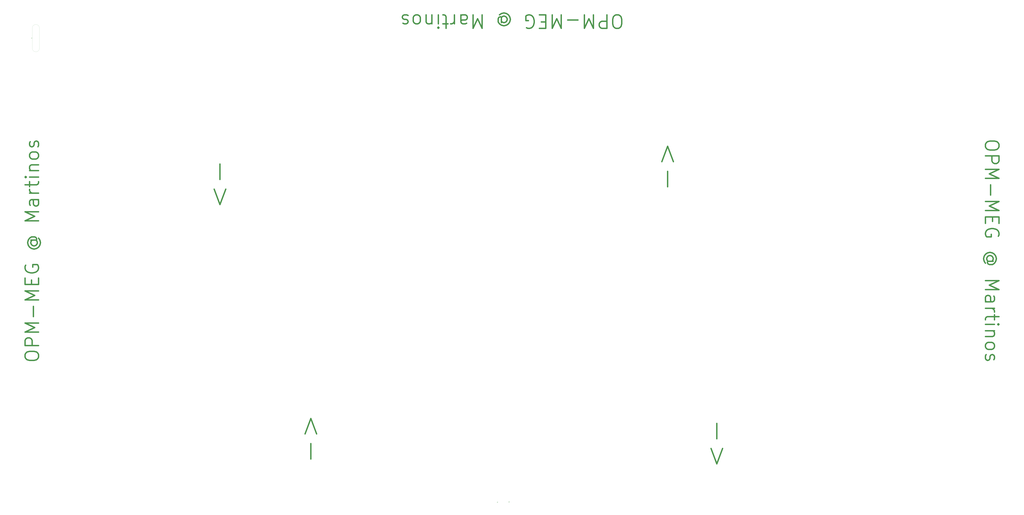
<source format=gbr>
%TF.GenerationSoftware,KiCad,Pcbnew,7.0.1-3b83917a11~172~ubuntu22.04.1*%
%TF.CreationDate,2023-12-10T15:59:10-05:00*%
%TF.ProjectId,coil_template_second,636f696c-5f74-4656-9d70-6c6174655f73,rev?*%
%TF.SameCoordinates,Original*%
%TF.FileFunction,Legend,Top*%
%TF.FilePolarity,Positive*%
%FSLAX46Y46*%
G04 Gerber Fmt 4.6, Leading zero omitted, Abs format (unit mm)*
G04 Created by KiCad (PCBNEW 7.0.1-3b83917a11~172~ubuntu22.04.1) date 2023-12-10 15:59:10*
%MOMM*%
%LPD*%
G01*
G04 APERTURE LIST*
%ADD10C,2.000000*%
%ADD11C,0.150000*%
%ADD12C,0.120000*%
G04 APERTURE END LIST*
D10*
X907619047Y-45747619D02*
X903809523Y-45747619D01*
X903809523Y-45747619D02*
X901904761Y-44795238D01*
X901904761Y-44795238D02*
X899999999Y-42890476D01*
X899999999Y-42890476D02*
X899047618Y-39080952D01*
X899047618Y-39080952D02*
X899047618Y-32414285D01*
X899047618Y-32414285D02*
X899999999Y-28604761D01*
X899999999Y-28604761D02*
X901904761Y-26700000D01*
X901904761Y-26700000D02*
X903809523Y-25747619D01*
X903809523Y-25747619D02*
X907619047Y-25747619D01*
X907619047Y-25747619D02*
X909523809Y-26700000D01*
X909523809Y-26700000D02*
X911428571Y-28604761D01*
X911428571Y-28604761D02*
X912380952Y-32414285D01*
X912380952Y-32414285D02*
X912380952Y-39080952D01*
X912380952Y-39080952D02*
X911428571Y-42890476D01*
X911428571Y-42890476D02*
X909523809Y-44795238D01*
X909523809Y-44795238D02*
X907619047Y-45747619D01*
X890476190Y-25747619D02*
X890476190Y-45747619D01*
X890476190Y-45747619D02*
X882857142Y-45747619D01*
X882857142Y-45747619D02*
X880952380Y-44795238D01*
X880952380Y-44795238D02*
X879999999Y-43842857D01*
X879999999Y-43842857D02*
X879047618Y-41938095D01*
X879047618Y-41938095D02*
X879047618Y-39080952D01*
X879047618Y-39080952D02*
X879999999Y-37176190D01*
X879999999Y-37176190D02*
X880952380Y-36223809D01*
X880952380Y-36223809D02*
X882857142Y-35271428D01*
X882857142Y-35271428D02*
X890476190Y-35271428D01*
X870476190Y-25747619D02*
X870476190Y-45747619D01*
X870476190Y-45747619D02*
X863809523Y-31461904D01*
X863809523Y-31461904D02*
X857142856Y-45747619D01*
X857142856Y-45747619D02*
X857142856Y-25747619D01*
X847619047Y-33366666D02*
X832380952Y-33366666D01*
X822857142Y-25747619D02*
X822857142Y-45747619D01*
X822857142Y-45747619D02*
X816190475Y-31461904D01*
X816190475Y-31461904D02*
X809523808Y-45747619D01*
X809523808Y-45747619D02*
X809523808Y-25747619D01*
X799999999Y-36223809D02*
X793333332Y-36223809D01*
X790476189Y-25747619D02*
X799999999Y-25747619D01*
X799999999Y-25747619D02*
X799999999Y-45747619D01*
X799999999Y-45747619D02*
X790476189Y-45747619D01*
X771428570Y-44795238D02*
X773333332Y-45747619D01*
X773333332Y-45747619D02*
X776190475Y-45747619D01*
X776190475Y-45747619D02*
X779047618Y-44795238D01*
X779047618Y-44795238D02*
X780952380Y-42890476D01*
X780952380Y-42890476D02*
X781904761Y-40985714D01*
X781904761Y-40985714D02*
X782857142Y-37176190D01*
X782857142Y-37176190D02*
X782857142Y-34319047D01*
X782857142Y-34319047D02*
X781904761Y-30509523D01*
X781904761Y-30509523D02*
X780952380Y-28604761D01*
X780952380Y-28604761D02*
X779047618Y-26700000D01*
X779047618Y-26700000D02*
X776190475Y-25747619D01*
X776190475Y-25747619D02*
X774285713Y-25747619D01*
X774285713Y-25747619D02*
X771428570Y-26700000D01*
X771428570Y-26700000D02*
X770476189Y-27652380D01*
X770476189Y-27652380D02*
X770476189Y-34319047D01*
X770476189Y-34319047D02*
X774285713Y-34319047D01*
X734285713Y-35271428D02*
X735238094Y-36223809D01*
X735238094Y-36223809D02*
X737142856Y-37176190D01*
X737142856Y-37176190D02*
X739047618Y-37176190D01*
X739047618Y-37176190D02*
X740952380Y-36223809D01*
X740952380Y-36223809D02*
X741904761Y-35271428D01*
X741904761Y-35271428D02*
X742857142Y-33366666D01*
X742857142Y-33366666D02*
X742857142Y-31461904D01*
X742857142Y-31461904D02*
X741904761Y-29557142D01*
X741904761Y-29557142D02*
X740952380Y-28604761D01*
X740952380Y-28604761D02*
X739047618Y-27652380D01*
X739047618Y-27652380D02*
X737142856Y-27652380D01*
X737142856Y-27652380D02*
X735238094Y-28604761D01*
X735238094Y-28604761D02*
X734285713Y-29557142D01*
X734285713Y-37176190D02*
X734285713Y-29557142D01*
X734285713Y-29557142D02*
X733333332Y-28604761D01*
X733333332Y-28604761D02*
X732380951Y-28604761D01*
X732380951Y-28604761D02*
X730476190Y-29557142D01*
X730476190Y-29557142D02*
X729523809Y-31461904D01*
X729523809Y-31461904D02*
X729523809Y-36223809D01*
X729523809Y-36223809D02*
X731428571Y-39080952D01*
X731428571Y-39080952D02*
X734285713Y-40985714D01*
X734285713Y-40985714D02*
X738095237Y-41938095D01*
X738095237Y-41938095D02*
X741904761Y-40985714D01*
X741904761Y-40985714D02*
X744761904Y-39080952D01*
X744761904Y-39080952D02*
X746666666Y-36223809D01*
X746666666Y-36223809D02*
X747619047Y-32414285D01*
X747619047Y-32414285D02*
X746666666Y-28604761D01*
X746666666Y-28604761D02*
X744761904Y-25747619D01*
X744761904Y-25747619D02*
X741904761Y-23842857D01*
X741904761Y-23842857D02*
X738095237Y-22890476D01*
X738095237Y-22890476D02*
X734285713Y-23842857D01*
X734285713Y-23842857D02*
X731428571Y-25747619D01*
X705714285Y-25747619D02*
X705714285Y-45747619D01*
X705714285Y-45747619D02*
X699047618Y-31461904D01*
X699047618Y-31461904D02*
X692380951Y-45747619D01*
X692380951Y-45747619D02*
X692380951Y-25747619D01*
X674285713Y-25747619D02*
X674285713Y-36223809D01*
X674285713Y-36223809D02*
X675238094Y-38128571D01*
X675238094Y-38128571D02*
X677142856Y-39080952D01*
X677142856Y-39080952D02*
X680952380Y-39080952D01*
X680952380Y-39080952D02*
X682857142Y-38128571D01*
X674285713Y-26700000D02*
X676190475Y-25747619D01*
X676190475Y-25747619D02*
X680952380Y-25747619D01*
X680952380Y-25747619D02*
X682857142Y-26700000D01*
X682857142Y-26700000D02*
X683809523Y-28604761D01*
X683809523Y-28604761D02*
X683809523Y-30509523D01*
X683809523Y-30509523D02*
X682857142Y-32414285D01*
X682857142Y-32414285D02*
X680952380Y-33366666D01*
X680952380Y-33366666D02*
X676190475Y-33366666D01*
X676190475Y-33366666D02*
X674285713Y-34319047D01*
X664761904Y-25747619D02*
X664761904Y-39080952D01*
X664761904Y-35271428D02*
X663809523Y-37176190D01*
X663809523Y-37176190D02*
X662857142Y-38128571D01*
X662857142Y-38128571D02*
X660952380Y-39080952D01*
X660952380Y-39080952D02*
X659047618Y-39080952D01*
X655238095Y-39080952D02*
X647619047Y-39080952D01*
X652380952Y-45747619D02*
X652380952Y-28604761D01*
X652380952Y-28604761D02*
X651428571Y-26700000D01*
X651428571Y-26700000D02*
X649523809Y-25747619D01*
X649523809Y-25747619D02*
X647619047Y-25747619D01*
X640952381Y-25747619D02*
X640952381Y-39080952D01*
X640952381Y-45747619D02*
X641904762Y-44795238D01*
X641904762Y-44795238D02*
X640952381Y-43842857D01*
X640952381Y-43842857D02*
X640000000Y-44795238D01*
X640000000Y-44795238D02*
X640952381Y-45747619D01*
X640952381Y-45747619D02*
X640952381Y-43842857D01*
X631428571Y-39080952D02*
X631428571Y-25747619D01*
X631428571Y-37176190D02*
X630476190Y-38128571D01*
X630476190Y-38128571D02*
X628571428Y-39080952D01*
X628571428Y-39080952D02*
X625714285Y-39080952D01*
X625714285Y-39080952D02*
X623809523Y-38128571D01*
X623809523Y-38128571D02*
X622857142Y-36223809D01*
X622857142Y-36223809D02*
X622857142Y-25747619D01*
X610476190Y-25747619D02*
X612380952Y-26700000D01*
X612380952Y-26700000D02*
X613333333Y-27652380D01*
X613333333Y-27652380D02*
X614285714Y-29557142D01*
X614285714Y-29557142D02*
X614285714Y-35271428D01*
X614285714Y-35271428D02*
X613333333Y-37176190D01*
X613333333Y-37176190D02*
X612380952Y-38128571D01*
X612380952Y-38128571D02*
X610476190Y-39080952D01*
X610476190Y-39080952D02*
X607619047Y-39080952D01*
X607619047Y-39080952D02*
X605714285Y-38128571D01*
X605714285Y-38128571D02*
X604761904Y-37176190D01*
X604761904Y-37176190D02*
X603809523Y-35271428D01*
X603809523Y-35271428D02*
X603809523Y-29557142D01*
X603809523Y-29557142D02*
X604761904Y-27652380D01*
X604761904Y-27652380D02*
X605714285Y-26700000D01*
X605714285Y-26700000D02*
X607619047Y-25747619D01*
X607619047Y-25747619D02*
X610476190Y-25747619D01*
X596190476Y-26700000D02*
X594285714Y-25747619D01*
X594285714Y-25747619D02*
X590476190Y-25747619D01*
X590476190Y-25747619D02*
X588571428Y-26700000D01*
X588571428Y-26700000D02*
X587619047Y-28604761D01*
X587619047Y-28604761D02*
X587619047Y-29557142D01*
X587619047Y-29557142D02*
X588571428Y-31461904D01*
X588571428Y-31461904D02*
X590476190Y-32414285D01*
X590476190Y-32414285D02*
X593333333Y-32414285D01*
X593333333Y-32414285D02*
X595238095Y-33366666D01*
X595238095Y-33366666D02*
X596190476Y-35271428D01*
X596190476Y-35271428D02*
X596190476Y-36223809D01*
X596190476Y-36223809D02*
X595238095Y-38128571D01*
X595238095Y-38128571D02*
X593333333Y-39080952D01*
X593333333Y-39080952D02*
X590476190Y-39080952D01*
X590476190Y-39080952D02*
X588571428Y-38128571D01*
X1470747619Y-217380952D02*
X1470747619Y-221190476D01*
X1470747619Y-221190476D02*
X1469795238Y-223095238D01*
X1469795238Y-223095238D02*
X1467890476Y-225000000D01*
X1467890476Y-225000000D02*
X1464080952Y-225952381D01*
X1464080952Y-225952381D02*
X1457414285Y-225952381D01*
X1457414285Y-225952381D02*
X1453604761Y-225000000D01*
X1453604761Y-225000000D02*
X1451700000Y-223095238D01*
X1451700000Y-223095238D02*
X1450747619Y-221190476D01*
X1450747619Y-221190476D02*
X1450747619Y-217380952D01*
X1450747619Y-217380952D02*
X1451700000Y-215476190D01*
X1451700000Y-215476190D02*
X1453604761Y-213571428D01*
X1453604761Y-213571428D02*
X1457414285Y-212619047D01*
X1457414285Y-212619047D02*
X1464080952Y-212619047D01*
X1464080952Y-212619047D02*
X1467890476Y-213571428D01*
X1467890476Y-213571428D02*
X1469795238Y-215476190D01*
X1469795238Y-215476190D02*
X1470747619Y-217380952D01*
X1450747619Y-234523809D02*
X1470747619Y-234523809D01*
X1470747619Y-234523809D02*
X1470747619Y-242142857D01*
X1470747619Y-242142857D02*
X1469795238Y-244047619D01*
X1469795238Y-244047619D02*
X1468842857Y-245000000D01*
X1468842857Y-245000000D02*
X1466938095Y-245952381D01*
X1466938095Y-245952381D02*
X1464080952Y-245952381D01*
X1464080952Y-245952381D02*
X1462176190Y-245000000D01*
X1462176190Y-245000000D02*
X1461223809Y-244047619D01*
X1461223809Y-244047619D02*
X1460271428Y-242142857D01*
X1460271428Y-242142857D02*
X1460271428Y-234523809D01*
X1450747619Y-254523809D02*
X1470747619Y-254523809D01*
X1470747619Y-254523809D02*
X1456461904Y-261190476D01*
X1456461904Y-261190476D02*
X1470747619Y-267857143D01*
X1470747619Y-267857143D02*
X1450747619Y-267857143D01*
X1458366666Y-277380952D02*
X1458366666Y-292619048D01*
X1450747619Y-302142857D02*
X1470747619Y-302142857D01*
X1470747619Y-302142857D02*
X1456461904Y-308809524D01*
X1456461904Y-308809524D02*
X1470747619Y-315476191D01*
X1470747619Y-315476191D02*
X1450747619Y-315476191D01*
X1461223809Y-325000000D02*
X1461223809Y-331666667D01*
X1450747619Y-334523810D02*
X1450747619Y-325000000D01*
X1450747619Y-325000000D02*
X1470747619Y-325000000D01*
X1470747619Y-325000000D02*
X1470747619Y-334523810D01*
X1469795238Y-353571429D02*
X1470747619Y-351666667D01*
X1470747619Y-351666667D02*
X1470747619Y-348809524D01*
X1470747619Y-348809524D02*
X1469795238Y-345952381D01*
X1469795238Y-345952381D02*
X1467890476Y-344047619D01*
X1467890476Y-344047619D02*
X1465985714Y-343095238D01*
X1465985714Y-343095238D02*
X1462176190Y-342142857D01*
X1462176190Y-342142857D02*
X1459319047Y-342142857D01*
X1459319047Y-342142857D02*
X1455509523Y-343095238D01*
X1455509523Y-343095238D02*
X1453604761Y-344047619D01*
X1453604761Y-344047619D02*
X1451700000Y-345952381D01*
X1451700000Y-345952381D02*
X1450747619Y-348809524D01*
X1450747619Y-348809524D02*
X1450747619Y-350714286D01*
X1450747619Y-350714286D02*
X1451700000Y-353571429D01*
X1451700000Y-353571429D02*
X1452652380Y-354523810D01*
X1452652380Y-354523810D02*
X1459319047Y-354523810D01*
X1459319047Y-354523810D02*
X1459319047Y-350714286D01*
X1460271428Y-390714286D02*
X1461223809Y-389761905D01*
X1461223809Y-389761905D02*
X1462176190Y-387857143D01*
X1462176190Y-387857143D02*
X1462176190Y-385952381D01*
X1462176190Y-385952381D02*
X1461223809Y-384047619D01*
X1461223809Y-384047619D02*
X1460271428Y-383095238D01*
X1460271428Y-383095238D02*
X1458366666Y-382142857D01*
X1458366666Y-382142857D02*
X1456461904Y-382142857D01*
X1456461904Y-382142857D02*
X1454557142Y-383095238D01*
X1454557142Y-383095238D02*
X1453604761Y-384047619D01*
X1453604761Y-384047619D02*
X1452652380Y-385952381D01*
X1452652380Y-385952381D02*
X1452652380Y-387857143D01*
X1452652380Y-387857143D02*
X1453604761Y-389761905D01*
X1453604761Y-389761905D02*
X1454557142Y-390714286D01*
X1462176190Y-390714286D02*
X1454557142Y-390714286D01*
X1454557142Y-390714286D02*
X1453604761Y-391666667D01*
X1453604761Y-391666667D02*
X1453604761Y-392619048D01*
X1453604761Y-392619048D02*
X1454557142Y-394523809D01*
X1454557142Y-394523809D02*
X1456461904Y-395476190D01*
X1456461904Y-395476190D02*
X1461223809Y-395476190D01*
X1461223809Y-395476190D02*
X1464080952Y-393571429D01*
X1464080952Y-393571429D02*
X1465985714Y-390714286D01*
X1465985714Y-390714286D02*
X1466938095Y-386904762D01*
X1466938095Y-386904762D02*
X1465985714Y-383095238D01*
X1465985714Y-383095238D02*
X1464080952Y-380238095D01*
X1464080952Y-380238095D02*
X1461223809Y-378333333D01*
X1461223809Y-378333333D02*
X1457414285Y-377380952D01*
X1457414285Y-377380952D02*
X1453604761Y-378333333D01*
X1453604761Y-378333333D02*
X1450747619Y-380238095D01*
X1450747619Y-380238095D02*
X1448842857Y-383095238D01*
X1448842857Y-383095238D02*
X1447890476Y-386904762D01*
X1447890476Y-386904762D02*
X1448842857Y-390714286D01*
X1448842857Y-390714286D02*
X1450747619Y-393571429D01*
X1450747619Y-419285714D02*
X1470747619Y-419285714D01*
X1470747619Y-419285714D02*
X1456461904Y-425952381D01*
X1456461904Y-425952381D02*
X1470747619Y-432619048D01*
X1470747619Y-432619048D02*
X1450747619Y-432619048D01*
X1450747619Y-450714286D02*
X1461223809Y-450714286D01*
X1461223809Y-450714286D02*
X1463128571Y-449761905D01*
X1463128571Y-449761905D02*
X1464080952Y-447857143D01*
X1464080952Y-447857143D02*
X1464080952Y-444047619D01*
X1464080952Y-444047619D02*
X1463128571Y-442142857D01*
X1451700000Y-450714286D02*
X1450747619Y-448809524D01*
X1450747619Y-448809524D02*
X1450747619Y-444047619D01*
X1450747619Y-444047619D02*
X1451700000Y-442142857D01*
X1451700000Y-442142857D02*
X1453604761Y-441190476D01*
X1453604761Y-441190476D02*
X1455509523Y-441190476D01*
X1455509523Y-441190476D02*
X1457414285Y-442142857D01*
X1457414285Y-442142857D02*
X1458366666Y-444047619D01*
X1458366666Y-444047619D02*
X1458366666Y-448809524D01*
X1458366666Y-448809524D02*
X1459319047Y-450714286D01*
X1450747619Y-460238095D02*
X1464080952Y-460238095D01*
X1460271428Y-460238095D02*
X1462176190Y-461190476D01*
X1462176190Y-461190476D02*
X1463128571Y-462142857D01*
X1463128571Y-462142857D02*
X1464080952Y-464047619D01*
X1464080952Y-464047619D02*
X1464080952Y-465952381D01*
X1464080952Y-469761904D02*
X1464080952Y-477380952D01*
X1470747619Y-472619047D02*
X1453604761Y-472619047D01*
X1453604761Y-472619047D02*
X1451700000Y-473571428D01*
X1451700000Y-473571428D02*
X1450747619Y-475476190D01*
X1450747619Y-475476190D02*
X1450747619Y-477380952D01*
X1450747619Y-484047618D02*
X1464080952Y-484047618D01*
X1470747619Y-484047618D02*
X1469795238Y-483095237D01*
X1469795238Y-483095237D02*
X1468842857Y-484047618D01*
X1468842857Y-484047618D02*
X1469795238Y-484999999D01*
X1469795238Y-484999999D02*
X1470747619Y-484047618D01*
X1470747619Y-484047618D02*
X1468842857Y-484047618D01*
X1464080952Y-493571428D02*
X1450747619Y-493571428D01*
X1462176190Y-493571428D02*
X1463128571Y-494523809D01*
X1463128571Y-494523809D02*
X1464080952Y-496428571D01*
X1464080952Y-496428571D02*
X1464080952Y-499285714D01*
X1464080952Y-499285714D02*
X1463128571Y-501190476D01*
X1463128571Y-501190476D02*
X1461223809Y-502142857D01*
X1461223809Y-502142857D02*
X1450747619Y-502142857D01*
X1450747619Y-514523809D02*
X1451700000Y-512619047D01*
X1451700000Y-512619047D02*
X1452652380Y-511666666D01*
X1452652380Y-511666666D02*
X1454557142Y-510714285D01*
X1454557142Y-510714285D02*
X1460271428Y-510714285D01*
X1460271428Y-510714285D02*
X1462176190Y-511666666D01*
X1462176190Y-511666666D02*
X1463128571Y-512619047D01*
X1463128571Y-512619047D02*
X1464080952Y-514523809D01*
X1464080952Y-514523809D02*
X1464080952Y-517380952D01*
X1464080952Y-517380952D02*
X1463128571Y-519285714D01*
X1463128571Y-519285714D02*
X1462176190Y-520238095D01*
X1462176190Y-520238095D02*
X1460271428Y-521190476D01*
X1460271428Y-521190476D02*
X1454557142Y-521190476D01*
X1454557142Y-521190476D02*
X1452652380Y-520238095D01*
X1452652380Y-520238095D02*
X1451700000Y-519285714D01*
X1451700000Y-519285714D02*
X1450747619Y-517380952D01*
X1450747619Y-517380952D02*
X1450747619Y-514523809D01*
X1451700000Y-528809523D02*
X1450747619Y-530714285D01*
X1450747619Y-530714285D02*
X1450747619Y-534523809D01*
X1450747619Y-534523809D02*
X1451700000Y-536428571D01*
X1451700000Y-536428571D02*
X1453604761Y-537380952D01*
X1453604761Y-537380952D02*
X1454557142Y-537380952D01*
X1454557142Y-537380952D02*
X1456461904Y-536428571D01*
X1456461904Y-536428571D02*
X1457414285Y-534523809D01*
X1457414285Y-534523809D02*
X1457414285Y-531666666D01*
X1457414285Y-531666666D02*
X1458366666Y-529761904D01*
X1458366666Y-529761904D02*
X1460271428Y-528809523D01*
X1460271428Y-528809523D02*
X1461223809Y-528809523D01*
X1461223809Y-528809523D02*
X1463128571Y-529761904D01*
X1463128571Y-529761904D02*
X1464080952Y-531666666D01*
X1464080952Y-531666666D02*
X1464080952Y-534523809D01*
X1464080952Y-534523809D02*
X1463128571Y-536428571D01*
X29252380Y-532619047D02*
X29252380Y-528809523D01*
X29252380Y-528809523D02*
X30204761Y-526904761D01*
X30204761Y-526904761D02*
X32109523Y-524999999D01*
X32109523Y-524999999D02*
X35919047Y-524047618D01*
X35919047Y-524047618D02*
X42585714Y-524047618D01*
X42585714Y-524047618D02*
X46395238Y-524999999D01*
X46395238Y-524999999D02*
X48300000Y-526904761D01*
X48300000Y-526904761D02*
X49252380Y-528809523D01*
X49252380Y-528809523D02*
X49252380Y-532619047D01*
X49252380Y-532619047D02*
X48300000Y-534523809D01*
X48300000Y-534523809D02*
X46395238Y-536428571D01*
X46395238Y-536428571D02*
X42585714Y-537380952D01*
X42585714Y-537380952D02*
X35919047Y-537380952D01*
X35919047Y-537380952D02*
X32109523Y-536428571D01*
X32109523Y-536428571D02*
X30204761Y-534523809D01*
X30204761Y-534523809D02*
X29252380Y-532619047D01*
X49252380Y-515476190D02*
X29252380Y-515476190D01*
X29252380Y-515476190D02*
X29252380Y-507857142D01*
X29252380Y-507857142D02*
X30204761Y-505952380D01*
X30204761Y-505952380D02*
X31157142Y-504999999D01*
X31157142Y-504999999D02*
X33061904Y-504047618D01*
X33061904Y-504047618D02*
X35919047Y-504047618D01*
X35919047Y-504047618D02*
X37823809Y-504999999D01*
X37823809Y-504999999D02*
X38776190Y-505952380D01*
X38776190Y-505952380D02*
X39728571Y-507857142D01*
X39728571Y-507857142D02*
X39728571Y-515476190D01*
X49252380Y-495476190D02*
X29252380Y-495476190D01*
X29252380Y-495476190D02*
X43538095Y-488809523D01*
X43538095Y-488809523D02*
X29252380Y-482142856D01*
X29252380Y-482142856D02*
X49252380Y-482142856D01*
X41633333Y-472619047D02*
X41633333Y-457380952D01*
X49252380Y-447857142D02*
X29252380Y-447857142D01*
X29252380Y-447857142D02*
X43538095Y-441190475D01*
X43538095Y-441190475D02*
X29252380Y-434523808D01*
X29252380Y-434523808D02*
X49252380Y-434523808D01*
X38776190Y-424999999D02*
X38776190Y-418333332D01*
X49252380Y-415476189D02*
X49252380Y-424999999D01*
X49252380Y-424999999D02*
X29252380Y-424999999D01*
X29252380Y-424999999D02*
X29252380Y-415476189D01*
X30204761Y-396428570D02*
X29252380Y-398333332D01*
X29252380Y-398333332D02*
X29252380Y-401190475D01*
X29252380Y-401190475D02*
X30204761Y-404047618D01*
X30204761Y-404047618D02*
X32109523Y-405952380D01*
X32109523Y-405952380D02*
X34014285Y-406904761D01*
X34014285Y-406904761D02*
X37823809Y-407857142D01*
X37823809Y-407857142D02*
X40680952Y-407857142D01*
X40680952Y-407857142D02*
X44490476Y-406904761D01*
X44490476Y-406904761D02*
X46395238Y-405952380D01*
X46395238Y-405952380D02*
X48300000Y-404047618D01*
X48300000Y-404047618D02*
X49252380Y-401190475D01*
X49252380Y-401190475D02*
X49252380Y-399285713D01*
X49252380Y-399285713D02*
X48300000Y-396428570D01*
X48300000Y-396428570D02*
X47347619Y-395476189D01*
X47347619Y-395476189D02*
X40680952Y-395476189D01*
X40680952Y-395476189D02*
X40680952Y-399285713D01*
X39728571Y-359285713D02*
X38776190Y-360238094D01*
X38776190Y-360238094D02*
X37823809Y-362142856D01*
X37823809Y-362142856D02*
X37823809Y-364047618D01*
X37823809Y-364047618D02*
X38776190Y-365952380D01*
X38776190Y-365952380D02*
X39728571Y-366904761D01*
X39728571Y-366904761D02*
X41633333Y-367857142D01*
X41633333Y-367857142D02*
X43538095Y-367857142D01*
X43538095Y-367857142D02*
X45442857Y-366904761D01*
X45442857Y-366904761D02*
X46395238Y-365952380D01*
X46395238Y-365952380D02*
X47347619Y-364047618D01*
X47347619Y-364047618D02*
X47347619Y-362142856D01*
X47347619Y-362142856D02*
X46395238Y-360238094D01*
X46395238Y-360238094D02*
X45442857Y-359285713D01*
X37823809Y-359285713D02*
X45442857Y-359285713D01*
X45442857Y-359285713D02*
X46395238Y-358333332D01*
X46395238Y-358333332D02*
X46395238Y-357380951D01*
X46395238Y-357380951D02*
X45442857Y-355476190D01*
X45442857Y-355476190D02*
X43538095Y-354523809D01*
X43538095Y-354523809D02*
X38776190Y-354523809D01*
X38776190Y-354523809D02*
X35919047Y-356428571D01*
X35919047Y-356428571D02*
X34014285Y-359285713D01*
X34014285Y-359285713D02*
X33061904Y-363095237D01*
X33061904Y-363095237D02*
X34014285Y-366904761D01*
X34014285Y-366904761D02*
X35919047Y-369761904D01*
X35919047Y-369761904D02*
X38776190Y-371666666D01*
X38776190Y-371666666D02*
X42585714Y-372619047D01*
X42585714Y-372619047D02*
X46395238Y-371666666D01*
X46395238Y-371666666D02*
X49252380Y-369761904D01*
X49252380Y-369761904D02*
X51157142Y-366904761D01*
X51157142Y-366904761D02*
X52109523Y-363095237D01*
X52109523Y-363095237D02*
X51157142Y-359285713D01*
X51157142Y-359285713D02*
X49252380Y-356428571D01*
X49252380Y-330714285D02*
X29252380Y-330714285D01*
X29252380Y-330714285D02*
X43538095Y-324047618D01*
X43538095Y-324047618D02*
X29252380Y-317380951D01*
X29252380Y-317380951D02*
X49252380Y-317380951D01*
X49252380Y-299285713D02*
X38776190Y-299285713D01*
X38776190Y-299285713D02*
X36871428Y-300238094D01*
X36871428Y-300238094D02*
X35919047Y-302142856D01*
X35919047Y-302142856D02*
X35919047Y-305952380D01*
X35919047Y-305952380D02*
X36871428Y-307857142D01*
X48300000Y-299285713D02*
X49252380Y-301190475D01*
X49252380Y-301190475D02*
X49252380Y-305952380D01*
X49252380Y-305952380D02*
X48300000Y-307857142D01*
X48300000Y-307857142D02*
X46395238Y-308809523D01*
X46395238Y-308809523D02*
X44490476Y-308809523D01*
X44490476Y-308809523D02*
X42585714Y-307857142D01*
X42585714Y-307857142D02*
X41633333Y-305952380D01*
X41633333Y-305952380D02*
X41633333Y-301190475D01*
X41633333Y-301190475D02*
X40680952Y-299285713D01*
X49252380Y-289761904D02*
X35919047Y-289761904D01*
X39728571Y-289761904D02*
X37823809Y-288809523D01*
X37823809Y-288809523D02*
X36871428Y-287857142D01*
X36871428Y-287857142D02*
X35919047Y-285952380D01*
X35919047Y-285952380D02*
X35919047Y-284047618D01*
X35919047Y-280238095D02*
X35919047Y-272619047D01*
X29252380Y-277380952D02*
X46395238Y-277380952D01*
X46395238Y-277380952D02*
X48300000Y-276428571D01*
X48300000Y-276428571D02*
X49252380Y-274523809D01*
X49252380Y-274523809D02*
X49252380Y-272619047D01*
X49252380Y-265952381D02*
X35919047Y-265952381D01*
X29252380Y-265952381D02*
X30204761Y-266904762D01*
X30204761Y-266904762D02*
X31157142Y-265952381D01*
X31157142Y-265952381D02*
X30204761Y-265000000D01*
X30204761Y-265000000D02*
X29252380Y-265952381D01*
X29252380Y-265952381D02*
X31157142Y-265952381D01*
X35919047Y-256428571D02*
X49252380Y-256428571D01*
X37823809Y-256428571D02*
X36871428Y-255476190D01*
X36871428Y-255476190D02*
X35919047Y-253571428D01*
X35919047Y-253571428D02*
X35919047Y-250714285D01*
X35919047Y-250714285D02*
X36871428Y-248809523D01*
X36871428Y-248809523D02*
X38776190Y-247857142D01*
X38776190Y-247857142D02*
X49252380Y-247857142D01*
X49252380Y-235476190D02*
X48300000Y-237380952D01*
X48300000Y-237380952D02*
X47347619Y-238333333D01*
X47347619Y-238333333D02*
X45442857Y-239285714D01*
X45442857Y-239285714D02*
X39728571Y-239285714D01*
X39728571Y-239285714D02*
X37823809Y-238333333D01*
X37823809Y-238333333D02*
X36871428Y-237380952D01*
X36871428Y-237380952D02*
X35919047Y-235476190D01*
X35919047Y-235476190D02*
X35919047Y-232619047D01*
X35919047Y-232619047D02*
X36871428Y-230714285D01*
X36871428Y-230714285D02*
X37823809Y-229761904D01*
X37823809Y-229761904D02*
X39728571Y-228809523D01*
X39728571Y-228809523D02*
X45442857Y-228809523D01*
X45442857Y-228809523D02*
X47347619Y-229761904D01*
X47347619Y-229761904D02*
X48300000Y-230714285D01*
X48300000Y-230714285D02*
X49252380Y-232619047D01*
X49252380Y-232619047D02*
X49252380Y-235476190D01*
X48300000Y-221190476D02*
X49252380Y-219285714D01*
X49252380Y-219285714D02*
X49252380Y-215476190D01*
X49252380Y-215476190D02*
X48300000Y-213571428D01*
X48300000Y-213571428D02*
X46395238Y-212619047D01*
X46395238Y-212619047D02*
X45442857Y-212619047D01*
X45442857Y-212619047D02*
X43538095Y-213571428D01*
X43538095Y-213571428D02*
X42585714Y-215476190D01*
X42585714Y-215476190D02*
X42585714Y-218333333D01*
X42585714Y-218333333D02*
X41633333Y-220238095D01*
X41633333Y-220238095D02*
X39728571Y-221190476D01*
X39728571Y-221190476D02*
X38776190Y-221190476D01*
X38776190Y-221190476D02*
X36871428Y-220238095D01*
X36871428Y-220238095D02*
X35919047Y-218333333D01*
X35919047Y-218333333D02*
X35919047Y-215476190D01*
X35919047Y-215476190D02*
X36871428Y-213571428D01*
X988891148Y-243215566D02*
X980319720Y-220358423D01*
X980319720Y-220358423D02*
X971748291Y-243215566D01*
X980319720Y-257501280D02*
X980319720Y-280358423D01*
X460813649Y-646320977D02*
X452242221Y-623463834D01*
X452242221Y-623463834D02*
X443670792Y-646320977D01*
X452242221Y-660606691D02*
X452242221Y-683463834D01*
X309159618Y-283818572D02*
X317731047Y-306675714D01*
X317731047Y-306675714D02*
X326302475Y-283818572D01*
X317731047Y-269532857D02*
X317731047Y-246675715D01*
X1044553396Y-667814082D02*
X1053124825Y-690671224D01*
X1053124825Y-690671224D02*
X1061696253Y-667814082D01*
X1053124825Y-653528367D02*
X1053124825Y-630671225D01*
D11*
%TO.C,J1*%
X38462619Y-60588333D02*
X39176904Y-60588333D01*
X39176904Y-60588333D02*
X39319761Y-60635952D01*
X39319761Y-60635952D02*
X39415000Y-60731190D01*
X39415000Y-60731190D02*
X39462619Y-60874047D01*
X39462619Y-60874047D02*
X39462619Y-60969285D01*
X39462619Y-59588333D02*
X39462619Y-60159761D01*
X39462619Y-59874047D02*
X38462619Y-59874047D01*
X38462619Y-59874047D02*
X38605476Y-59969285D01*
X38605476Y-59969285D02*
X38700714Y-60064523D01*
X38700714Y-60064523D02*
X38748333Y-60159761D01*
%TO.C,N1*%
X746084507Y-747663942D02*
X745084507Y-747663942D01*
X745084507Y-747663942D02*
X746084507Y-747092514D01*
X746084507Y-747092514D02*
X745084507Y-747092514D01*
X746084507Y-746092514D02*
X746084507Y-746663942D01*
X746084507Y-746378228D02*
X745084507Y-746378228D01*
X745084507Y-746378228D02*
X745227364Y-746473466D01*
X745227364Y-746473466D02*
X745322602Y-746568704D01*
X745322602Y-746568704D02*
X745370221Y-746663942D01*
%TO.C,P1*%
X728996166Y-748113689D02*
X727996166Y-748113689D01*
X727996166Y-748113689D02*
X727996166Y-747732737D01*
X727996166Y-747732737D02*
X728043785Y-747637499D01*
X728043785Y-747637499D02*
X728091404Y-747589880D01*
X728091404Y-747589880D02*
X728186642Y-747542261D01*
X728186642Y-747542261D02*
X728329499Y-747542261D01*
X728329499Y-747542261D02*
X728424737Y-747589880D01*
X728424737Y-747589880D02*
X728472356Y-747637499D01*
X728472356Y-747637499D02*
X728519975Y-747732737D01*
X728519975Y-747732737D02*
X728519975Y-748113689D01*
X728996166Y-746589880D02*
X728996166Y-747161308D01*
X728996166Y-746875594D02*
X727996166Y-746875594D01*
X727996166Y-746875594D02*
X728139023Y-746970832D01*
X728139023Y-746970832D02*
X728234261Y-747066070D01*
X728234261Y-747066070D02*
X728281880Y-747161308D01*
D12*
%TO.C,J1*%
X39990000Y-45240000D02*
X39990000Y-75240000D01*
X50490000Y-75240000D02*
X50490000Y-45240000D01*
X50490000Y-45240000D02*
G75*
G03*
X39990000Y-45240000I-5250000J0D01*
G01*
X39990000Y-75240000D02*
G75*
G03*
X50490000Y-75240000I5250000J0D01*
G01*
%TD*%
M02*

</source>
